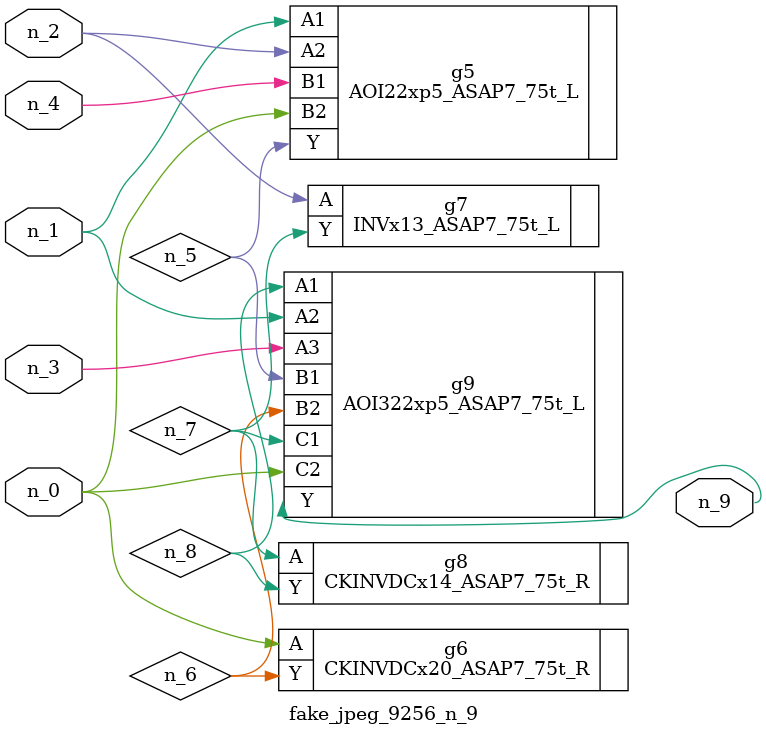
<source format=v>
module fake_jpeg_9256_n_9 (n_3, n_2, n_1, n_0, n_4, n_9);

input n_3;
input n_2;
input n_1;
input n_0;
input n_4;

output n_9;

wire n_8;
wire n_6;
wire n_5;
wire n_7;

AOI22xp5_ASAP7_75t_L g5 ( 
.A1(n_1),
.A2(n_2),
.B1(n_4),
.B2(n_0),
.Y(n_5)
);

CKINVDCx20_ASAP7_75t_R g6 ( 
.A(n_0),
.Y(n_6)
);

INVx13_ASAP7_75t_L g7 ( 
.A(n_2),
.Y(n_7)
);

CKINVDCx14_ASAP7_75t_R g8 ( 
.A(n_7),
.Y(n_8)
);

AOI322xp5_ASAP7_75t_L g9 ( 
.A1(n_8),
.A2(n_1),
.A3(n_3),
.B1(n_5),
.B2(n_6),
.C1(n_7),
.C2(n_0),
.Y(n_9)
);


endmodule
</source>
